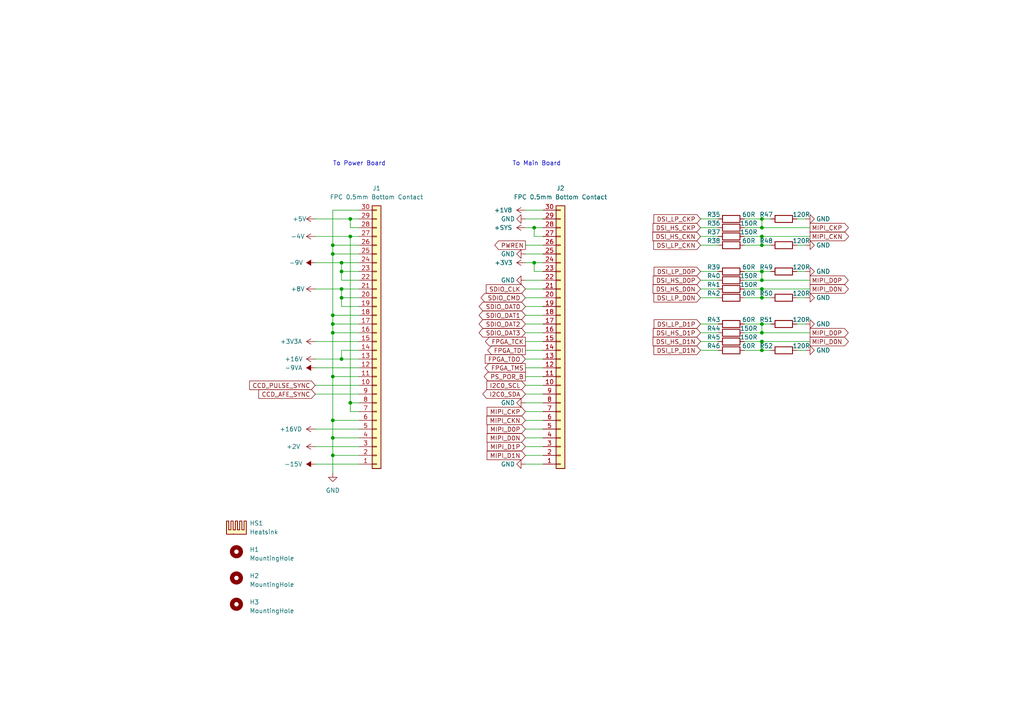
<source format=kicad_sch>
(kicad_sch (version 20231120) (generator "eeschema") (generator_version "8.0")
  (paper "A4")
  (lib_symbols
    (symbol "Connector_Generic:Conn_01x30" (pin_names (offset 1.016) hide)
      (property "Reference" "J" (at 0 38.1 0))
      (property "Value" "Conn_01x30" (at 0 -40.64 0))
      (symbol "Conn_01x30_1_1"
        (rectangle (start -1.27 -37.973) (end 0 -38.227) (stroke (width 0.1524)))
        (rectangle (start -1.27 -35.433) (end 0 -35.687) (stroke (width 0.1524)))
        (rectangle (start -1.27 -32.893) (end 0 -33.147) (stroke (width 0.1524)))
        (rectangle (start -1.27 -30.353) (end 0 -30.607) (stroke (width 0.1524)))
        (rectangle (start -1.27 -27.813) (end 0 -28.067) (stroke (width 0.1524)))
        (rectangle (start -1.27 -25.273) (end 0 -25.527) (stroke (width 0.1524)))
        (rectangle (start -1.27 -22.733) (end 0 -22.987) (stroke (width 0.1524)))
        (rectangle (start -1.27 -20.193) (end 0 -20.447) (stroke (width 0.1524)))
        (rectangle (start -1.27 -17.653) (end 0 -17.907) (stroke (width 0.1524)))
        (rectangle (start -1.27 -15.113) (end 0 -15.367) (stroke (width 0.1524)))
        (rectangle (start -1.27 -12.573) (end 0 -12.827) (stroke (width 0.1524)))
        (rectangle (start -1.27 -10.033) (end 0 -10.287) (stroke (width 0.1524)))
        (rectangle (start -1.27 -7.493) (end 0 -7.747) (stroke (width 0.1524)))
        (rectangle (start -1.27 -4.953) (end 0 -5.207) (stroke (width 0.1524)))
        (rectangle (start -1.27 -2.413) (end 0 -2.667) (stroke (width 0.1524)))
        (rectangle (start -1.27 0.127) (end 0 -0.127) (stroke (width 0.1524)))
        (rectangle (start -1.27 2.667) (end 0 2.413) (stroke (width 0.1524)))
        (rectangle (start -1.27 5.207) (end 0 4.953) (stroke (width 0.1524)))
        (rectangle (start -1.27 7.747) (end 0 7.493) (stroke (width 0.1524)))
        (rectangle (start -1.27 10.287) (end 0 10.033) (stroke (width 0.1524)))
        (rectangle (start -1.27 12.827) (end 0 12.573) (stroke (width 0.1524)))
        (rectangle (start -1.27 15.367) (end 0 15.113) (stroke (width 0.1524)))
        (rectangle (start -1.27 17.907) (end 0 17.653) (stroke (width 0.1524)))
        (rectangle (start -1.27 20.447) (end 0 20.193) (stroke (width 0.1524)))
        (rectangle (start -1.27 22.987) (end 0 22.733) (stroke (width 0.1524)))
        (rectangle (start -1.27 25.527) (end 0 25.273) (stroke (width 0.1524)))
        (rectangle (start -1.27 28.067) (end 0 27.813) (stroke (width 0.1524)))
        (rectangle (start -1.27 30.607) (end 0 30.353) (stroke (width 0.1524)))
        (rectangle (start -1.27 33.147) (end 0 32.893) (stroke (width 0.1524)))
        (rectangle (start -1.27 35.687) (end 0 35.433) (stroke (width 0.1524)))
        (rectangle (start -1.27 36.83) (end 1.27 -39.37) (stroke (width 0.254)) (fill (type background)))
        (pin passive line (at -5.08 35.56 0) (length 3.81) (name "Pin_1") (number "1"))
        (pin passive line (at -5.08 12.7 0) (length 3.81) (name "Pin_10") (number "10"))
        (pin passive line (at -5.08 10.16 0) (length 3.81) (name "Pin_11") (number "11"))
        (pin passive line (at -5.08 7.62 0) (length 3.81) (name "Pin_12") (number "12"))
        (pin passive line (at -5.08 5.08 0) (length 3.81) (name "Pin_13") (number "13"))
        (pin passive line (at -5.08 2.54 0) (length 3.81) (name "Pin_14") (number "14"))
        (pin passive line (at -5.08 0 0) (length 3.81) (name "Pin_15") (number "15"))
        (pin passive line (at -5.08 -2.54 0) (length 3.81) (name "Pin_16") (number "16"))
        (pin passive line (at -5.08 -5.08 0) (length 3.81) (name "Pin_17") (number "17"))
        (pin passive line (at -5.08 -7.62 0) (length 3.81) (name "Pin_18") (number "18"))
        (pin passive line (at -5.08 -10.16 0) (length 3.81) (name "Pin_19") (number "19"))
        (pin passive line (at -5.08 33.02 0) (length 3.81) (name "Pin_2") (number "2"))
        (pin passive line (at -5.08 -12.7 0) (length 3.81) (name "Pin_20") (number "20"))
        (pin passive line (at -5.08 -15.24 0) (length 3.81) (name "Pin_21") (number "21"))
        (pin passive line (at -5.08 -17.78 0) (length 3.81) (name "Pin_22") (number "22"))
        (pin passive line (at -5.08 -20.32 0) (length 3.81) (name "Pin_23") (number "23"))
        (pin passive line (at -5.08 -22.86 0) (length 3.81) (name "Pin_24") (number "24"))
        (pin passive line (at -5.08 -25.4 0) (length 3.81) (name "Pin_25") (number "25"))
        (pin passive line (at -5.08 -27.94 0) (length 3.81) (name "Pin_26") (number "26"))
        (pin passive line (at -5.08 -30.48 0) (length 3.81) (name "Pin_27") (number "27"))
        (pin passive line (at -5.08 -33.02 0) (length 3.81) (name "Pin_28") (number "28"))
        (pin passive line (at -5.08 -35.56 0) (length 3.81) (name "Pin_29") (number "29"))
        (pin passive line (at -5.08 30.48 0) (length 3.81) (name "Pin_3") (number "3"))
        (pin passive line (at -5.08 -38.1 0) (length 3.81) (name "Pin_30") (number "30"))
        (pin passive line (at -5.08 27.94 0) (length 3.81) (name "Pin_4") (number "4"))
        (pin passive line (at -5.08 25.4 0) (length 3.81) (name "Pin_5") (number "5"))
        (pin passive line (at -5.08 22.86 0) (length 3.81) (name "Pin_6") (number "6"))
        (pin passive line (at -5.08 20.32 0) (length 3.81) (name "Pin_7") (number "7"))
        (pin passive line (at -5.08 17.78 0) (length 3.81) (name "Pin_8") (number "8"))
        (pin passive line (at -5.08 15.24 0) (length 3.81) (name "Pin_9") (number "9"))
      )
    )
    (symbol "Device:R" (pin_numbers hide) (pin_names (offset 0))
      (property "Reference" "R" (at 2.032 0 90))
      (property "Value" "R" (at 0 0 90))
      (symbol "R_0_1"
        (rectangle (start -1.016 -2.54) (end 1.016 2.54) (stroke (width 0.254)))
      )
      (symbol "R_1_1"
        (pin passive line (at 0 3.81 270) (length 1.27) (name "~") (number "1"))
        (pin passive line (at 0 -3.81 90) (length 1.27) (name "~") (number "2"))
      )
    )
    (symbol "Mechanical:Heatsink" (pin_names (offset 1.016))
      (property "Reference" "HS" (at 0 5.08 0))
      (property "Value" "Heatsink" (at 0 -1.27 0))
      (symbol "Heatsink_0_1"
        (polyline (pts (xy -0.3302 1.27) (xy -0.9652 1.27) (xy -0.9652 3.81) (xy -1.6002 3.81) (xy -1.6002 1.27) (xy -2.2352 1.27) (xy -2.2352 3.81) (xy -2.8702 3.81) (xy -2.8702 0) (xy -0.9652 0)) (stroke (width 0.254)) (fill (type background)))
        (polyline (pts (xy -0.3302 1.27) (xy -0.3302 3.81) (xy 0.3048 3.81) (xy 0.3048 1.27) (xy 0.9398 1.27) (xy 0.9398 3.81) (xy 1.5748 3.81) (xy 1.5748 1.27) (xy 2.2098 1.27) (xy 2.2098 3.81) (xy 2.8448 3.81) (xy 2.8448 0) (xy -0.9652 0)) (stroke (width 0.254)) (fill (type background)))
      )
    )
    (symbol "Mechanical:MountingHole" (pin_names (offset 1.016))
      (property "Reference" "H" (at 0 5.08 0))
      (property "Value" "MountingHole" (at 0 3.175 0))
      (symbol "MountingHole_0_1"
        (circle (center 0 0) (radius 1.27) (stroke (width 1.27)))
      )
    )
    (symbol "Sitina:+2V" (power) (pin_names (offset 0))
      (property "Value" "+2V" (at 0 3.556 0))
      (symbol "+2V_0_1"
        (polyline (pts (xy -0.762 1.27) (xy 0 2.54)))
        (polyline (pts (xy 0 0) (xy 0 2.54)))
        (polyline (pts (xy 0 2.54) (xy 0.762 1.27)))
      )
      (symbol "+2V_1_1"
        (pin power_in line (at 0 0 90) (length 0) hide (name "+2V") (number "1"))
      )
    )
    (symbol "Sitina:-4V" (power) (pin_names (offset 0))
      (property "Value" "-4V" (at 0 3.556 0))
      (symbol "-4V_0_1"
        (polyline (pts (xy -0.762 1.27) (xy 0 2.54)))
        (polyline (pts (xy 0 0) (xy 0 2.54)))
        (polyline (pts (xy 0 2.54) (xy 0.762 1.27)))
      )
      (symbol "-4V_1_1"
        (pin power_in line (at 0 0 90) (length 0) hide (name "-4V") (number "1"))
      )
    )
    (symbol "power:+1V8" (power) (pin_names (offset 0))
      (property "Value" "+1V8" (at 0 3.556 0))
      (symbol "+1V8_0_1"
        (polyline (pts (xy -0.762 1.27) (xy 0 2.54)))
        (polyline (pts (xy 0 0) (xy 0 2.54)))
        (polyline (pts (xy 0 2.54) (xy 0.762 1.27)))
      )
      (symbol "+1V8_1_1"
        (pin power_in line (at 0 0 90) (length 0) hide (name "+1V8") (number "1"))
      )
    )
    (symbol "power:+3V0" (power) (pin_names (offset 0))
      (property "Value" "+3V0" (at 0 3.556 0))
      (symbol "+3V0_0_1"
        (polyline (pts (xy -0.762 1.27) (xy 0 2.54)))
        (polyline (pts (xy 0 0) (xy 0 2.54)))
        (polyline (pts (xy 0 2.54) (xy 0.762 1.27)))
      )
      (symbol "+3V0_1_1"
        (pin power_in line (at 0 0 90) (length 0) hide (name "+3V0") (number "1"))
      )
    )
    (symbol "power:+3V3" (power) (pin_names (offset 0))
      (property "Value" "+3V3" (at 0 3.556 0))
      (symbol "+3V3_0_1"
        (polyline (pts (xy -0.762 1.27) (xy 0 2.54)))
        (polyline (pts (xy 0 0) (xy 0 2.54)))
        (polyline (pts (xy 0 2.54) (xy 0.762 1.27)))
      )
      (symbol "+3V3_1_1"
        (pin power_in line (at 0 0 90) (length 0) hide (name "+3V3") (number "1"))
      )
    )
    (symbol "power:+5V" (power) (pin_names (offset 0))
      (property "Value" "+5V" (at 0 3.556 0))
      (symbol "+5V_0_1"
        (polyline (pts (xy -0.762 1.27) (xy 0 2.54)))
        (polyline (pts (xy 0 0) (xy 0 2.54)))
        (polyline (pts (xy 0 2.54) (xy 0.762 1.27)))
      )
      (symbol "+5V_1_1"
        (pin power_in line (at 0 0 90) (length 0) hide (name "+5V") (number "1"))
      )
    )
    (symbol "power:+8V" (power) (pin_names (offset 0))
      (property "Value" "+8V" (at 0 3.556 0))
      (symbol "+8V_0_1"
        (polyline (pts (xy -0.762 1.27) (xy 0 2.54)))
        (polyline (pts (xy 0 0) (xy 0 2.54)))
        (polyline (pts (xy 0 2.54) (xy 0.762 1.27)))
      )
      (symbol "+8V_1_1"
        (pin power_in line (at 0 0 90) (length 0) hide (name "+8V") (number "1"))
      )
    )
    (symbol "power:-15V" (power) (pin_names (offset 0))
      (property "Value" "-15V" (at 0 3.81 0))
      (symbol "-15V_0_0"
        (pin power_in line (at 0 0 90) (length 0) hide (name "-15V") (number "1"))
      )
      (symbol "-15V_0_1"
        (polyline (pts (xy 0 0) (xy 0 1.27) (xy 0.762 1.27) (xy 0 2.54) (xy -0.762 1.27) (xy 0 1.27)) (fill (type outline)))
      )
    )
    (symbol "power:-9V" (power) (pin_names (offset 0))
      (property "Value" "-9V" (at 0 3.81 0))
      (symbol "-9V_0_1"
        (polyline (pts (xy 0 0) (xy 0 2.54)))
        (polyline (pts (xy 0.762 1.27) (xy -0.762 1.27) (xy 0 2.54) (xy 0.762 1.27)) (fill (type outline)))
      )
      (symbol "-9V_1_1"
        (pin power_in line (at 0 0 90) (length 0) hide (name "-9V") (number "1"))
      )
    )
    (symbol "power:GND" (power) (pin_names (offset 0))
      (property "Value" "GND" (at 0 -3.81 0))
      (symbol "GND_0_1"
        (polyline (pts (xy 0 0) (xy 0 -1.27) (xy 1.27 -1.27) (xy 0 -2.54) (xy -1.27 -1.27) (xy 0 -1.27)))
      )
      (symbol "GND_1_1"
        (pin power_in line (at 0 0 270) (length 0) hide (name "GND") (number "1"))
      )
    )
    (symbol "symbols:+16V" (power) (pin_names (offset 0))
      (property "Value" "+16V" (at 0 3.556 0))
      (symbol "+16V_0_1"
        (polyline (pts (xy -0.762 1.27) (xy 0 2.54)))
        (polyline (pts (xy 0 0) (xy 0 2.54)))
        (polyline (pts (xy 0 2.54) (xy 0.762 1.27)))
      )
      (symbol "+16V_1_1"
        (pin power_in line (at 0 0 90) (length 0) hide (name "+16V") (number "1"))
      )
    )
    (symbol "symbols:+SYS" (power) (pin_names (offset 0))
      (property "Value" "+SYS" (at 0 3.556 0))
      (symbol "+SYS_0_1"
        (polyline (pts (xy -0.762 1.27) (xy 0 2.54)))
        (polyline (pts (xy 0 0) (xy 0 2.54)))
        (polyline (pts (xy 0 2.54) (xy 0.762 1.27)))
      )
      (symbol "+SYS_1_1"
        (pin power_in line (at 0 0 90) (length 0) hide (name "+SYS") (number "1"))
      )
    )
  )
  (junction (at 220.98 66.04))
  (junction (at 220.98 63.5))
  (junction (at 96.52 127))
  (junction (at 99.06 86.36))
  (junction (at 96.52 73.66))
  (junction (at 96.52 121.92))
  (junction (at 220.98 86.36))
  (junction (at 220.98 83.82))
  (junction (at 154.94 66.04))
  (junction (at 220.98 71.12))
  (junction (at 96.52 132.08))
  (junction (at 220.98 78.74))
  (junction (at 96.52 93.98))
  (junction (at 99.06 104.14))
  (junction (at 101.6 68.58))
  (junction (at 101.6 116.84))
  (junction (at 154.94 76.2))
  (junction (at 99.06 78.74))
  (junction (at 96.52 109.22))
  (junction (at 220.98 101.6))
  (junction (at 96.52 71.12))
  (junction (at 220.98 99.06))
  (junction (at 220.98 68.58))
  (junction (at 99.06 83.82))
  (junction (at 96.52 96.52))
  (junction (at 220.98 93.98))
  (junction (at 101.6 63.5))
  (junction (at 220.98 81.28))
  (junction (at 220.98 96.52))
  (junction (at 96.52 91.44))
  (junction (at 99.06 76.2))
  (wire (pts (xy 152.4 96.52) (xy 157.48 96.52)))
  (wire (pts (xy 203.2 68.58) (xy 208.28 68.58)))
  (wire (pts (xy 157.48 78.74) (xy 154.94 78.74)))
  (wire (pts (xy 220.98 68.58) (xy 220.98 71.12)))
  (wire (pts (xy 104.14 86.36) (xy 99.06 86.36)))
  (wire (pts (xy 101.6 119.38) (xy 101.6 116.84)))
  (wire (pts (xy 215.9 81.28) (xy 220.98 81.28)))
  (wire (pts (xy 91.44 99.06) (xy 104.14 99.06)))
  (wire (pts (xy 203.2 86.36) (xy 208.28 86.36)))
  (wire (pts (xy 152.4 66.04) (xy 154.94 66.04)))
  (wire (pts (xy 101.6 116.84) (xy 104.14 116.84)))
  (wire (pts (xy 157.48 68.58) (xy 154.94 68.58)))
  (wire (pts (xy 203.2 101.6) (xy 208.28 101.6)))
  (wire (pts (xy 96.52 121.92) (xy 104.14 121.92)))
  (wire (pts (xy 91.44 68.58) (xy 101.6 68.58)))
  (wire (pts (xy 152.4 88.9) (xy 157.48 88.9)))
  (wire (pts (xy 152.4 129.54) (xy 157.48 129.54)))
  (wire (pts (xy 152.4 83.82) (xy 157.48 83.82)))
  (wire (pts (xy 215.9 78.74) (xy 220.98 78.74)))
  (wire (pts (xy 220.98 81.28) (xy 234.95 81.28)))
  (wire (pts (xy 91.44 104.14) (xy 99.06 104.14)))
  (wire (pts (xy 152.4 124.46) (xy 157.48 124.46)))
  (wire (pts (xy 215.9 83.82) (xy 220.98 83.82)))
  (wire (pts (xy 220.98 83.82) (xy 220.98 86.36)))
  (wire (pts (xy 215.9 68.58) (xy 220.98 68.58)))
  (wire (pts (xy 91.44 63.5) (xy 101.6 63.5)))
  (wire (pts (xy 231.14 101.6) (xy 233.68 101.6)))
  (wire (pts (xy 231.14 78.74) (xy 233.68 78.74)))
  (wire (pts (xy 215.9 96.52) (xy 220.98 96.52)))
  (wire (pts (xy 99.06 101.6) (xy 99.06 104.14)))
  (wire (pts (xy 220.98 71.12) (xy 223.52 71.12)))
  (wire (pts (xy 215.9 63.5) (xy 220.98 63.5)))
  (wire (pts (xy 96.52 96.52) (xy 96.52 93.98)))
  (wire (pts (xy 220.98 63.5) (xy 223.52 63.5)))
  (wire (pts (xy 104.14 101.6) (xy 99.06 101.6)))
  (wire (pts (xy 152.4 71.12) (xy 157.48 71.12)))
  (wire (pts (xy 152.4 81.28) (xy 157.48 81.28)))
  (wire (pts (xy 152.4 91.44) (xy 157.48 91.44)))
  (wire (pts (xy 220.98 78.74) (xy 223.52 78.74)))
  (wire (pts (xy 154.94 66.04) (xy 157.48 66.04)))
  (wire (pts (xy 152.4 114.3) (xy 157.48 114.3)))
  (wire (pts (xy 215.9 99.06) (xy 220.98 99.06)))
  (wire (pts (xy 152.4 63.5) (xy 157.48 63.5)))
  (wire (pts (xy 152.4 86.36) (xy 157.48 86.36)))
  (wire (pts (xy 152.4 76.2) (xy 154.94 76.2)))
  (wire (pts (xy 220.98 66.04) (xy 220.98 63.5)))
  (wire (pts (xy 91.44 83.82) (xy 99.06 83.82)))
  (wire (pts (xy 104.14 78.74) (xy 99.06 78.74)))
  (wire (pts (xy 220.98 81.28) (xy 220.98 78.74)))
  (wire (pts (xy 152.4 111.76) (xy 157.48 111.76)))
  (wire (pts (xy 220.98 93.98) (xy 223.52 93.98)))
  (wire (pts (xy 220.98 96.52) (xy 234.95 96.52)))
  (wire (pts (xy 152.4 121.92) (xy 157.48 121.92)))
  (wire (pts (xy 215.9 71.12) (xy 220.98 71.12)))
  (wire (pts (xy 99.06 81.28) (xy 99.06 78.74)))
  (wire (pts (xy 215.9 86.36) (xy 220.98 86.36)))
  (wire (pts (xy 215.9 66.04) (xy 220.98 66.04)))
  (wire (pts (xy 152.4 60.96) (xy 157.48 60.96)))
  (wire (pts (xy 99.06 83.82) (xy 104.14 83.82)))
  (wire (pts (xy 152.4 101.6) (xy 157.48 101.6)))
  (wire (pts (xy 101.6 68.58) (xy 104.14 68.58)))
  (wire (pts (xy 152.4 106.68) (xy 157.48 106.68)))
  (wire (pts (xy 96.52 71.12) (xy 96.52 60.96)))
  (wire (pts (xy 152.4 119.38) (xy 157.48 119.38)))
  (wire (pts (xy 91.44 114.3) (xy 104.14 114.3)))
  (wire (pts (xy 96.52 121.92) (xy 96.52 109.22)))
  (wire (pts (xy 91.44 129.54) (xy 104.14 129.54)))
  (wire (pts (xy 96.52 132.08) (xy 96.52 137.16)))
  (wire (pts (xy 152.4 132.08) (xy 157.48 132.08)))
  (wire (pts (xy 215.9 93.98) (xy 220.98 93.98)))
  (wire (pts (xy 203.2 63.5) (xy 208.28 63.5)))
  (wire (pts (xy 203.2 96.52) (xy 208.28 96.52)))
  (wire (pts (xy 99.06 78.74) (xy 99.06 76.2)))
  (wire (pts (xy 220.98 96.52) (xy 220.98 93.98)))
  (wire (pts (xy 154.94 76.2) (xy 157.48 76.2)))
  (wire (pts (xy 96.52 132.08) (xy 104.14 132.08)))
  (wire (pts (xy 96.52 109.22) (xy 104.14 109.22)))
  (wire (pts (xy 231.14 93.98) (xy 233.68 93.98)))
  (wire (pts (xy 152.4 134.62) (xy 157.48 134.62)))
  (wire (pts (xy 96.52 91.44) (xy 96.52 73.66)))
  (wire (pts (xy 96.52 93.98) (xy 96.52 91.44)))
  (wire (pts (xy 220.98 101.6) (xy 223.52 101.6)))
  (wire (pts (xy 220.98 99.06) (xy 220.98 101.6)))
  (wire (pts (xy 152.4 73.66) (xy 157.48 73.66)))
  (wire (pts (xy 101.6 63.5) (xy 104.14 63.5)))
  (wire (pts (xy 203.2 93.98) (xy 208.28 93.98)))
  (wire (pts (xy 231.14 86.36) (xy 233.68 86.36)))
  (wire (pts (xy 99.06 104.14) (xy 104.14 104.14)))
  (wire (pts (xy 96.52 91.44) (xy 104.14 91.44)))
  (wire (pts (xy 203.2 99.06) (xy 208.28 99.06)))
  (wire (pts (xy 203.2 78.74) (xy 208.28 78.74)))
  (wire (pts (xy 96.52 60.96) (xy 104.14 60.96)))
  (wire (pts (xy 220.98 66.04) (xy 234.95 66.04)))
  (wire (pts (xy 96.52 96.52) (xy 104.14 96.52)))
  (wire (pts (xy 96.52 109.22) (xy 96.52 96.52)))
  (wire (pts (xy 152.4 127) (xy 157.48 127)))
  (wire (pts (xy 152.4 99.06) (xy 157.48 99.06)))
  (wire (pts (xy 96.52 71.12) (xy 104.14 71.12)))
  (wire (pts (xy 104.14 119.38) (xy 101.6 119.38)))
  (wire (pts (xy 152.4 104.14) (xy 157.48 104.14)))
  (wire (pts (xy 101.6 116.84) (xy 101.6 68.58)))
  (wire (pts (xy 99.06 88.9) (xy 99.06 86.36)))
  (wire (pts (xy 220.98 83.82) (xy 234.95 83.82)))
  (wire (pts (xy 101.6 66.04) (xy 101.6 63.5)))
  (wire (pts (xy 152.4 109.22) (xy 157.48 109.22)))
  (wire (pts (xy 96.52 73.66) (xy 104.14 73.66)))
  (wire (pts (xy 91.44 111.76) (xy 104.14 111.76)))
  (wire (pts (xy 215.9 101.6) (xy 220.98 101.6)))
  (wire (pts (xy 154.94 78.74) (xy 154.94 76.2)))
  (wire (pts (xy 203.2 81.28) (xy 208.28 81.28)))
  (wire (pts (xy 152.4 93.98) (xy 157.48 93.98)))
  (wire (pts (xy 104.14 66.04) (xy 101.6 66.04)))
  (wire (pts (xy 91.44 134.62) (xy 104.14 134.62)))
  (wire (pts (xy 152.4 116.84) (xy 157.48 116.84)))
  (wire (pts (xy 231.14 63.5) (xy 233.68 63.5)))
  (wire (pts (xy 96.52 73.66) (xy 96.52 71.12)))
  (wire (pts (xy 104.14 127) (xy 96.52 127)))
  (wire (pts (xy 220.98 86.36) (xy 223.52 86.36)))
  (wire (pts (xy 99.06 83.82) (xy 99.06 86.36)))
  (wire (pts (xy 104.14 81.28) (xy 99.06 81.28)))
  (wire (pts (xy 99.06 76.2) (xy 104.14 76.2)))
  (wire (pts (xy 91.44 124.46) (xy 104.14 124.46)))
  (wire (pts (xy 203.2 66.04) (xy 208.28 66.04)))
  (wire (pts (xy 96.52 121.92) (xy 96.52 127)))
  (wire (pts (xy 104.14 88.9) (xy 99.06 88.9)))
  (wire (pts (xy 91.44 76.2) (xy 99.06 76.2)))
  (wire (pts (xy 203.2 83.82) (xy 208.28 83.82)))
  (wire (pts (xy 154.94 68.58) (xy 154.94 66.04)))
  (wire (pts (xy 220.98 99.06) (xy 234.95 99.06)))
  (wire (pts (xy 231.14 71.12) (xy 233.68 71.12)))
  (wire (pts (xy 203.2 71.12) (xy 208.28 71.12)))
  (wire (pts (xy 96.52 93.98) (xy 104.14 93.98)))
  (wire (pts (xy 220.98 68.58) (xy 234.95 68.58)))
  (wire (pts (xy 96.52 127) (xy 96.52 132.08)))
  (wire (pts (xy 91.44 106.68) (xy 104.14 106.68)))
  (text "To Power Board" (at 96.52 48.26 0) (effects (font (size 1.27 1.27)) (justify left bottom)))
  (text "To Main Board" (at 148.59 48.26 0) (effects (font (size 1.27 1.27)) (justify left bottom)))
  (global_label "DSI_HS_D1N" (shape input) (at 203.2 99.06 180) (property "Intersheetrefs" "${INTERSHEET_REFS}" (effects (hide yes))))
  (global_label "FPGA_TCK" (shape output) (at 152.4 99.06 180) (property "Intersheetrefs" "${INTERSHEET_REFS}" (effects (hide yes))))
  (global_label "I2C0_SCL" (shape input) (at 152.4 111.76 180) (property "Intersheetrefs" "${INTERSHEET_REFS}" (effects (hide yes))))
  (global_label "PS_POR_B" (shape output) (at 152.4 109.22 180) (property "Intersheetrefs" "${INTERSHEET_REFS}" (effects (hide yes))))
  (global_label "MIPI_D0P" (shape output) (at 234.95 96.52 0) (property "Intersheetrefs" "${INTERSHEET_REFS}" (effects (hide yes))))
  (global_label "SDIO_DAT1" (shape bidirectional) (at 152.4 91.44 180) (property "Intersheetrefs" "${INTERSHEET_REFS}" (effects (hide yes))))
  (global_label "FPGA_TDI" (shape output) (at 152.4 101.6 180) (property "Intersheetrefs" "${INTERSHEET_REFS}" (effects (hide yes))))
  (global_label "SDIO_CLK" (shape input) (at 152.4 83.82 180) (property "Intersheetrefs" "${INTERSHEET_REFS}" (effects (hide yes))))
  (global_label "DSI_LP_D1P" (shape input) (at 203.2 93.98 180) (property "Intersheetrefs" "${INTERSHEET_REFS}" (effects (hide yes))))
  (global_label "I2C0_SDA" (shape bidirectional) (at 152.4 114.3 180) (property "Intersheetrefs" "${INTERSHEET_REFS}" (effects (hide yes))))
  (global_label "MIPI_D1N" (shape input) (at 152.4 132.08 180) (property "Intersheetrefs" "${INTERSHEET_REFS}" (effects (hide yes))))
  (global_label "MIPI_D0N" (shape input) (at 152.4 127 180) (property "Intersheetrefs" "${INTERSHEET_REFS}" (effects (hide yes))))
  (global_label "DSI_HS_D0P" (shape input) (at 203.2 81.28 180) (property "Intersheetrefs" "${INTERSHEET_REFS}" (effects (hide yes))))
  (global_label "SDIO_DAT3" (shape bidirectional) (at 152.4 96.52 180) (property "Intersheetrefs" "${INTERSHEET_REFS}" (effects (hide yes))))
  (global_label "DSI_LP_CKN" (shape input) (at 203.2 71.12 180) (property "Intersheetrefs" "${INTERSHEET_REFS}" (effects (hide yes))))
  (global_label "MIPI_D0N" (shape output) (at 234.95 99.06 0) (property "Intersheetrefs" "${INTERSHEET_REFS}" (effects (hide yes))))
  (global_label "PWREN" (shape output) (at 152.4 71.12 180) (property "Intersheetrefs" "${INTERSHEET_REFS}" (effects (hide yes))))
  (global_label "MIPI_D0P" (shape output) (at 234.95 81.28 0) (property "Intersheetrefs" "${INTERSHEET_REFS}" (effects (hide yes))))
  (global_label "SDIO_CMD" (shape bidirectional) (at 152.4 86.36 180) (property "Intersheetrefs" "${INTERSHEET_REFS}" (effects (hide yes))))
  (global_label "DSI_LP_CKP" (shape input) (at 203.2 63.5 180) (property "Intersheetrefs" "${INTERSHEET_REFS}" (effects (hide yes))))
  (global_label "CCD_AFE_SYNC" (shape input) (at 91.44 114.3 180) (property "Intersheetrefs" "${INTERSHEET_REFS}" (effects (hide yes))))
  (global_label "MIPI_D0P" (shape input) (at 152.4 124.46 180) (property "Intersheetrefs" "${INTERSHEET_REFS}" (effects (hide yes))))
  (global_label "DSI_HS_D0N" (shape input) (at 203.2 83.82 180) (property "Intersheetrefs" "${INTERSHEET_REFS}" (effects (hide yes))))
  (global_label "FPGA_TMS" (shape output) (at 152.4 106.68 180) (property "Intersheetrefs" "${INTERSHEET_REFS}" (effects (hide yes))))
  (global_label "FPGA_TDO" (shape input) (at 152.4 104.14 180) (property "Intersheetrefs" "${INTERSHEET_REFS}" (effects (hide yes))))
  (global_label "SDIO_DAT0" (shape bidirectional) (at 152.4 88.9 180) (property "Intersheetrefs" "${INTERSHEET_REFS}" (effects (hide yes))))
  (global_label "DSI_LP_D0N" (shape input) (at 203.2 86.36 180) (property "Intersheetrefs" "${INTERSHEET_REFS}" (effects (hide yes))))
  (global_label "MIPI_CKP" (shape input) (at 152.4 119.38 180) (property "Intersheetrefs" "${INTERSHEET_REFS}" (effects (hide yes))))
  (global_label "DSI_HS_CKN" (shape input) (at 203.2 68.58 180) (property "Intersheetrefs" "${INTERSHEET_REFS}" (effects (hide yes))))
  (global_label "MIPI_D0N" (shape output) (at 234.95 83.82 0) (property "Intersheetrefs" "${INTERSHEET_REFS}" (effects (hide yes))))
  (global_label "DSI_HS_CKP" (shape input) (at 203.2 66.04 180) (property "Intersheetrefs" "${INTERSHEET_REFS}" (effects (hide yes))))
  (global_label "MIPI_CKP" (shape output) (at 234.95 66.04 0) (property "Intersheetrefs" "${INTERSHEET_REFS}" (effects (hide yes))))
  (global_label "SDIO_DAT2" (shape bidirectional) (at 152.4 93.98 180) (property "Intersheetrefs" "${INTERSHEET_REFS}" (effects (hide yes))))
  (global_label "MIPI_D1P" (shape input) (at 152.4 129.54 180) (property "Intersheetrefs" "${INTERSHEET_REFS}" (effects (hide yes))))
  (global_label "DSI_LP_D1N" (shape input) (at 203.2 101.6 180) (property "Intersheetrefs" "${INTERSHEET_REFS}" (effects (hide yes))))
  (global_label "DSI_HS_D1P" (shape input) (at 203.2 96.52 180) (property "Intersheetrefs" "${INTERSHEET_REFS}" (effects (hide yes))))
  (global_label "MIPI_CKN" (shape output) (at 234.95 68.58 0) (property "Intersheetrefs" "${INTERSHEET_REFS}" (effects (hide yes))))
  (global_label "MIPI_CKN" (shape input) (at 152.4 121.92 180) (property "Intersheetrefs" "${INTERSHEET_REFS}" (effects (hide yes))))
  (global_label "CCD_PULSE_SYNC" (shape input) (at 91.44 111.76 180) (property "Intersheetrefs" "${INTERSHEET_REFS}" (effects (hide yes))))
  (global_label "DSI_LP_D0P" (shape input) (at 203.2 78.74 180) (property "Intersheetrefs" "${INTERSHEET_REFS}" (effects (hide yes))))
  (symbol (lib_id "Device:R") (at 212.09 83.82 270) (unit 1)
    (property "Reference" "R41" (at 207.01 82.55 90))
    (property "Value" "150R" (at 217.17 82.55 90))
    (property "Footprint" "Resistor_SMD:R_0402_1005Metric" (effects (hide yes)))
  )
  (symbol (lib_id "power:+8V") (at 91.44 83.82 90) (unit 1)
    (property "Reference" "#PWR092" (effects (hide yes)))
    (property "Value" "+8V" (at 86.36 83.82 90))
  )
  (symbol (lib_id "Device:R") (at 227.33 71.12 270) (unit 1)
    (property "Reference" "R48" (at 222.25 69.85 90))
    (property "Value" "120R" (at 232.41 69.85 90))
    (property "Footprint" "Resistor_SMD:R_0402_1005Metric" (effects (hide yes)))
  )
  (symbol (lib_id "Device:R") (at 212.09 66.04 270) (unit 1)
    (property "Reference" "R36" (at 207.01 64.77 90))
    (property "Value" "150R" (at 217.17 64.77 90))
    (property "Footprint" "Resistor_SMD:R_0402_1005Metric" (effects (hide yes)))
  )
  (symbol (lib_id "power:-9V") (at 91.44 106.68 90) (unit 1)
    (property "Reference" "#PWR085" (effects (hide yes)))
    (property "Value" "-9VA" (at 82.55 106.68 90) (effects (justify right)))
  )
  (symbol (lib_id "power:GND") (at 152.4 134.62 270) (mirror x) (unit 1)
    (property "Reference" "#PWR0101" (effects (hide yes)))
    (property "Value" "GND" (at 147.32 134.62 90))
  )
  (symbol (lib_id "Mechanical:MountingHole") (at 68.58 160.02 0) (unit 1)
    (property "Reference" "H1" (at 72.39 159.3849 0) (effects (justify left)))
    (property "Value" "MountingHole" (at 72.39 161.9249 0) (effects (justify left)))
    (property "Footprint" "MountingHole:MountingHole_2.2mm_M2_DIN965" (effects (hide yes)))
  )
  (symbol (lib_id "power:GND") (at 233.68 93.98 90) (mirror x) (unit 1)
    (property "Reference" "#PWR0106" (effects (hide yes)))
    (property "Value" "GND" (at 238.76 93.98 90))
  )
  (symbol (lib_id "Device:R") (at 212.09 93.98 270) (unit 1)
    (property "Reference" "R43" (at 207.01 92.71 90))
    (property "Value" "60R" (at 217.17 92.71 90))
    (property "Footprint" "Resistor_SMD:R_0402_1005Metric" (effects (hide yes)))
  )
  (symbol (lib_id "power:GND") (at 152.4 63.5 270) (mirror x) (unit 1)
    (property "Reference" "#PWR095" (effects (hide yes)))
    (property "Value" "GND" (at 147.32 63.5 90))
  )
  (symbol (lib_id "Device:R") (at 212.09 71.12 270) (unit 1)
    (property "Reference" "R38" (at 207.01 69.85 90))
    (property "Value" "60R" (at 217.17 69.85 90))
    (property "Footprint" "Resistor_SMD:R_0402_1005Metric" (effects (hide yes)))
  )
  (symbol (lib_id "power:GND") (at 152.4 81.28 270) (mirror x) (unit 1)
    (property "Reference" "#PWR099" (effects (hide yes)))
    (property "Value" "GND" (at 147.32 81.28 90))
  )
  (symbol (lib_id "Device:R") (at 212.09 63.5 270) (unit 1)
    (property "Reference" "R35" (at 207.01 62.23 90))
    (property "Value" "60R" (at 217.17 62.23 90))
    (property "Footprint" "Resistor_SMD:R_0402_1005Metric" (effects (hide yes)))
  )
  (symbol (lib_id "power:+5V") (at 91.44 63.5 90) (unit 1)
    (property "Reference" "#PWR089" (effects (hide yes)))
    (property "Value" "+5V" (at 88.9 63.5 90) (effects (justify left)))
  )
  (symbol (lib_id "symbols:+16V") (at 91.44 104.14 90) (unit 1)
    (property "Reference" "#PWR084" (effects (hide yes)))
    (property "Value" "+16V" (at 82.55 104.14 90) (effects (justify right)))
  )
  (symbol (lib_id "power:+1V8") (at 152.4 60.96 90) (unit 1)
    (property "Reference" "#PWR094" (effects (hide yes)))
    (property "Value" "+1V8" (at 148.59 60.96 90) (effects (justify left)))
  )
  (symbol (lib_id "power:GND") (at 233.68 101.6 90) (mirror x) (unit 1)
    (property "Reference" "#PWR0107" (effects (hide yes)))
    (property "Value" "GND" (at 238.76 101.6 90))
  )
  (symbol (lib_id "Sitina:+2V") (at 91.44 129.54 90) (unit 1)
    (property "Reference" "#PWR087" (effects (hide yes)))
    (property "Value" "+2V" (at 85.09 129.54 90))
  )
  (symbol (lib_id "Device:R") (at 212.09 78.74 270) (unit 1)
    (property "Reference" "R39" (at 207.01 77.47 90))
    (property "Value" "60R" (at 217.17 77.47 90))
    (property "Footprint" "Resistor_SMD:R_0402_1005Metric" (effects (hide yes)))
  )
  (symbol (lib_id "Device:R") (at 227.33 78.74 270) (unit 1)
    (property "Reference" "R49" (at 222.25 77.47 90))
    (property "Value" "120R" (at 232.41 77.47 90))
    (property "Footprint" "Resistor_SMD:R_0402_1005Metric" (effects (hide yes)))
  )
  (symbol (lib_id "power:GND") (at 152.4 116.84 270) (mirror x) (unit 1)
    (property "Reference" "#PWR0100" (effects (hide yes)))
    (property "Value" "GND" (at 147.32 116.84 90))
  )
  (symbol (lib_id "Mechanical:Heatsink") (at 68.58 154.94 0) (unit 1)
    (property "Reference" "HS1" (at 72.39 151.765 0) (effects (justify left)))
    (property "Value" "Heatsink" (at 72.39 154.305 0) (effects (justify left)))
    (property "Footprint" "footprints:sb_heatsink" (effects (hide yes)))
  )
  (symbol (lib_id "Device:R") (at 212.09 96.52 270) (unit 1)
    (property "Reference" "R44" (at 207.01 95.25 90))
    (property "Value" "150R" (at 217.17 95.25 90))
    (property "Footprint" "Resistor_SMD:R_0402_1005Metric" (effects (hide yes)))
  )
  (symbol (lib_id "symbols:+SYS") (at 152.4 66.04 90) (unit 1)
    (property "Reference" "#PWR096" (effects (hide yes)))
    (property "Value" "+SYS" (at 148.59 66.0399 90) (effects (justify left)))
  )
  (symbol (lib_id "power:GND") (at 233.68 78.74 90) (mirror x) (unit 1)
    (property "Reference" "#PWR0104" (effects (hide yes)))
    (property "Value" "GND" (at 238.76 78.74 90))
  )
  (symbol (lib_id "power:GND") (at 233.68 86.36 90) (mirror x) (unit 1)
    (property "Reference" "#PWR0105" (effects (hide yes)))
    (property "Value" "GND" (at 238.76 86.36 90))
  )
  (symbol (lib_id "Connector_Generic:Conn_01x30") (at 162.56 99.06 0) (mirror x) (unit 1)
    (property "Reference" "J2" (at 162.56 54.61 0))
    (property "Value" "FPC 0.5mm Bottom Contact" (at 162.56 57.15 0))
    (property "Footprint" "Connector_FFC-FPC:Hirose_FH12-30S-0.5SH_1x30-1MP_P0.50mm_Horizontal" (effects (hide yes)))
  )
  (symbol (lib_id "power:+3V0") (at 91.44 99.06 90) (unit 1)
    (property "Reference" "#PWR083" (effects (hide yes)))
    (property "Value" "+3V3A" (at 87.63 99.06 90) (effects (justify left)))
  )
  (symbol (lib_id "Device:R") (at 227.33 101.6 270) (unit 1)
    (property "Reference" "R52" (at 222.25 100.33 90))
    (property "Value" "120R" (at 232.41 100.33 90))
    (property "Footprint" "Resistor_SMD:R_0402_1005Metric" (effects (hide yes)))
  )
  (symbol (lib_id "Device:R") (at 227.33 63.5 270) (unit 1)
    (property "Reference" "R47" (at 222.25 62.23 90))
    (property "Value" "120R" (at 232.41 62.23 90))
    (property "Footprint" "Resistor_SMD:R_0402_1005Metric" (effects (hide yes)))
  )
  (symbol (lib_id "Device:R") (at 212.09 101.6 270) (unit 1)
    (property "Reference" "R46" (at 207.01 100.33 90))
    (property "Value" "60R" (at 217.17 100.33 90))
    (property "Footprint" "Resistor_SMD:R_0402_1005Metric" (effects (hide yes)))
  )
  (symbol (lib_id "Device:R") (at 212.09 86.36 270) (unit 1)
    (property "Reference" "R42" (at 207.01 85.09 90))
    (property "Value" "60R" (at 217.17 85.09 90))
    (property "Footprint" "Resistor_SMD:R_0402_1005Metric" (effects (hide yes)))
  )
  (symbol (lib_id "Mechanical:MountingHole") (at 68.58 175.26 0) (unit 1)
    (property "Reference" "H3" (at 72.39 174.6249 0) (effects (justify left)))
    (property "Value" "MountingHole" (at 72.39 177.1649 0) (effects (justify left)))
    (property "Footprint" "MountingHole:MountingHole_2.2mm_M2_DIN965" (effects (hide yes)))
  )
  (symbol (lib_id "power:GND") (at 233.68 63.5 90) (mirror x) (unit 1)
    (property "Reference" "#PWR0102" (effects (hide yes)))
    (property "Value" "GND" (at 238.76 63.5 90))
  )
  (symbol (lib_id "Sitina:-4V") (at 91.44 68.58 90) (unit 1)
    (property "Reference" "#PWR090" (effects (hide yes)))
    (property "Value" "-4V" (at 86.36 68.58 90))
  )
  (symbol (lib_id "power:-15V") (at 91.44 134.62 90) (unit 1)
    (property "Reference" "#PWR088" (effects (hide yes)))
    (property "Value" "-15V" (at 85.09 134.62 90))
  )
  (symbol (lib_id "power:GND") (at 96.52 137.16 0) (unit 1)
    (property "Reference" "#PWR093" (effects (hide yes)))
    (property "Value" "GND" (at 96.52 142.24 0))
  )
  (symbol (lib_id "power:GND") (at 233.68 71.12 90) (mirror x) (unit 1)
    (property "Reference" "#PWR0103" (effects (hide yes)))
    (property "Value" "GND" (at 238.76 71.12 90))
  )
  (symbol (lib_id "Device:R") (at 212.09 68.58 270) (unit 1)
    (property "Reference" "R37" (at 207.01 67.31 90))
    (property "Value" "150R" (at 217.17 67.31 90))
    (property "Footprint" "Resistor_SMD:R_0402_1005Metric" (effects (hide yes)))
  )
  (symbol (lib_id "Mechanical:MountingHole") (at 68.58 167.64 0) (unit 1)
    (property "Reference" "H2" (at 72.39 167.0049 0) (effects (justify left)))
    (property "Value" "MountingHole" (at 72.39 169.5449 0) (effects (justify left)))
    (property "Footprint" "MountingHole:MountingHole_2.2mm_M2_DIN965" (effects (hide yes)))
  )
  (symbol (lib_id "Device:R") (at 227.33 93.98 270) (unit 1)
    (property "Reference" "R51" (at 222.25 92.71 90))
    (property "Value" "120R" (at 232.41 92.71 90))
    (property "Footprint" "Resistor_SMD:R_0402_1005Metric" (effects (hide yes)))
  )
  (symbol (lib_id "symbols:+16V") (at 91.44 124.46 90) (unit 1)
    (property "Reference" "#PWR086" (effects (hide yes)))
    (property "Value" "+16VD" (at 87.63 124.4599 90) (effects (justify left)))
  )
  (symbol (lib_id "power:+3V3") (at 152.4 76.2 90) (unit 1)
    (property "Reference" "#PWR098" (effects (hide yes)))
    (property "Value" "+3V3" (at 146.05 76.2 90))
  )
  (symbol (lib_id "Device:R") (at 227.33 86.36 270) (unit 1)
    (property "Reference" "R50" (at 222.25 85.09 90))
    (property "Value" "120R" (at 232.41 85.09 90))
    (property "Footprint" "Resistor_SMD:R_0402_1005Metric" (effects (hide yes)))
  )
  (symbol (lib_id "power:GND") (at 152.4 73.66 270) (mirror x) (unit 1)
    (property "Reference" "#PWR097" (effects (hide yes)))
    (property "Value" "GND" (at 147.32 73.66 90))
  )
  (symbol (lib_id "power:-9V") (at 91.44 76.2 90) (unit 1)
    (property "Reference" "#PWR091" (effects (hide yes)))
    (property "Value" "-9V" (at 83.82 76.2 90) (effects (justify right)))
  )
  (symbol (lib_id "Device:R") (at 212.09 81.28 270) (unit 1)
    (property "Reference" "R40" (at 207.01 80.01 90))
    (property "Value" "150R" (at 217.17 80.01 90))
    (property "Footprint" "Resistor_SMD:R_0402_1005Metric" (effects (hide yes)))
  )
  (symbol (lib_id "Device:R") (at 212.09 99.06 270) (unit 1)
    (property "Reference" "R45" (at 207.01 97.79 90))
    (property "Value" "150R" (at 217.17 97.79 90))
    (property "Footprint" "Resistor_SMD:R_0402_1005Metric" (effects (hide yes)))
  )
  (symbol (lib_id "Connector_Generic:Conn_01x30") (at 109.22 99.06 0) (mirror x) (unit 1)
    (property "Reference" "J1" (at 109.22 54.61 0))
    (property "Value" "FPC 0.5mm Bottom Contact" (at 109.22 57.15 0))
    (property "Footprint" "Connector_FFC-FPC:Hirose_FH12-30S-0.5SH_1x30-1MP_P0.50mm_Horizontal" (effects (hide yes)))
  )
)
</source>
